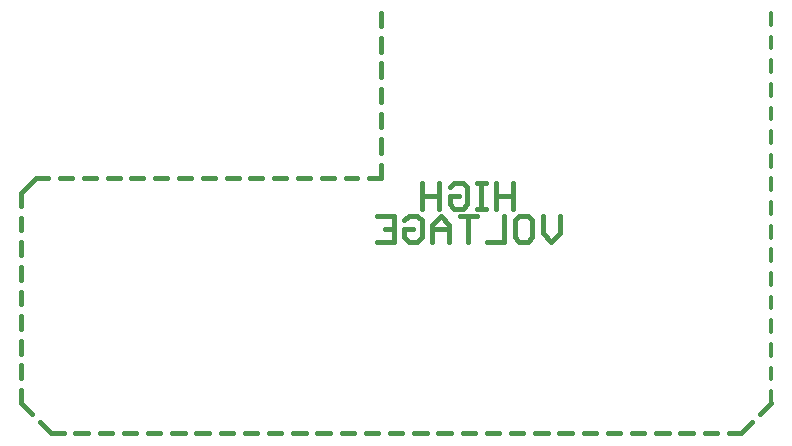
<source format=gbr>
G04 EAGLE Gerber RS-274X export*
G75*
%MOMM*%
%FSLAX34Y34*%
%LPD*%
%INSilkscreen Bottom*%
%IPPOS*%
%AMOC8*
5,1,8,0,0,1.08239X$1,22.5*%
G01*
%ADD10C,0.406400*%
%ADD11C,0.355600*%
%ADD12C,0.381000*%


D10*
X596900Y317500D02*
X596900Y328886D01*
X596900Y338886D02*
X596900Y350271D01*
X596900Y360271D02*
X596900Y371657D01*
X596900Y381657D02*
X596900Y393043D01*
X596900Y403043D02*
X596900Y414429D01*
X596900Y424429D02*
X596900Y435814D01*
X596900Y445814D02*
X596900Y457200D01*
X596900Y317500D02*
X586760Y317500D01*
X576760Y317500D02*
X566620Y317500D01*
X556620Y317500D02*
X546480Y317500D01*
X536480Y317500D02*
X526340Y317500D01*
X516340Y317500D02*
X506200Y317500D01*
X496200Y317500D02*
X486060Y317500D01*
X476060Y317500D02*
X465920Y317500D01*
X455920Y317500D02*
X445780Y317500D01*
X435780Y317500D02*
X425640Y317500D01*
X415640Y317500D02*
X405500Y317500D01*
X395500Y317500D02*
X385360Y317500D01*
X375360Y317500D02*
X365220Y317500D01*
X355220Y317500D02*
X345080Y317500D01*
X335080Y317500D02*
X324940Y317500D01*
X314940Y317500D02*
X304800Y317500D01*
X292100Y304800D01*
X292100Y293933D01*
X292100Y283933D02*
X292100Y273067D01*
X292100Y263067D02*
X292100Y252200D01*
X292100Y242200D02*
X292100Y231333D01*
X292100Y221333D02*
X292100Y210467D01*
X292100Y200467D02*
X292100Y189600D01*
X292100Y179600D02*
X292100Y168733D01*
X292100Y158733D02*
X292100Y147867D01*
X292100Y137867D02*
X292100Y127000D01*
X301264Y117836D01*
X308336Y110764D02*
X317500Y101600D01*
X327990Y101600D01*
X337990Y101600D02*
X348479Y101600D01*
X358479Y101600D02*
X368969Y101600D01*
X378969Y101600D02*
X389459Y101600D01*
X399459Y101600D02*
X409948Y101600D01*
X419948Y101600D02*
X430438Y101600D01*
X440438Y101600D02*
X450928Y101600D01*
X460928Y101600D02*
X471417Y101600D01*
X481417Y101600D02*
X491907Y101600D01*
X501907Y101600D02*
X512397Y101600D01*
X522397Y101600D02*
X532886Y101600D01*
X542886Y101600D02*
X553376Y101600D01*
X563376Y101600D02*
X573866Y101600D01*
X583866Y101600D02*
X594355Y101600D01*
X604355Y101600D02*
X614845Y101600D01*
X624845Y101600D02*
X635334Y101600D01*
X645334Y101600D02*
X655824Y101600D01*
X665824Y101600D02*
X676314Y101600D01*
X686314Y101600D02*
X696803Y101600D01*
X706803Y101600D02*
X717293Y101600D01*
X727293Y101600D02*
X737783Y101600D01*
X747783Y101600D02*
X758272Y101600D01*
X768272Y101600D02*
X778762Y101600D01*
X788762Y101600D02*
X799252Y101600D01*
X809252Y101600D02*
X819741Y101600D01*
X829741Y101600D02*
X840231Y101600D01*
X850231Y101600D02*
X860721Y101600D01*
X870721Y101600D02*
X881210Y101600D01*
X891210Y101600D02*
X901700Y101600D01*
X917936Y117836D02*
X927100Y127000D01*
X910864Y110764D02*
X901700Y101600D01*
D11*
X927100Y447188D02*
X927100Y457200D01*
X927100Y437188D02*
X927100Y427176D01*
X927100Y417176D02*
X927100Y407165D01*
X927100Y397165D02*
X927100Y387153D01*
X927100Y377153D02*
X927100Y367141D01*
X927100Y357141D02*
X927100Y347129D01*
X927100Y337129D02*
X927100Y327118D01*
X927100Y317118D02*
X927100Y307106D01*
X927100Y297106D02*
X927100Y287094D01*
X927100Y277094D02*
X927100Y267082D01*
X927100Y257082D02*
X927100Y247071D01*
X927100Y237071D02*
X927100Y227059D01*
X927100Y217059D02*
X927100Y207047D01*
X927100Y197047D02*
X927100Y187035D01*
X927100Y177035D02*
X927100Y167024D01*
X927100Y157024D02*
X927100Y147012D01*
X927100Y137012D02*
X927100Y127000D01*
D12*
X708533Y291465D02*
X708533Y313073D01*
X708533Y302269D02*
X694127Y302269D01*
X694127Y313073D02*
X694127Y291465D01*
X685145Y291465D02*
X677942Y291465D01*
X681544Y291465D02*
X681544Y313073D01*
X685145Y313073D02*
X677942Y313073D01*
X658749Y313073D02*
X655147Y309472D01*
X658749Y313073D02*
X665952Y313073D01*
X669553Y309472D01*
X669553Y295066D01*
X665952Y291465D01*
X658749Y291465D01*
X655147Y295066D01*
X655147Y302269D01*
X662350Y302269D01*
X646165Y291465D02*
X646165Y313073D01*
X646165Y302269D02*
X631759Y302269D01*
X631759Y313073D02*
X631759Y291465D01*
X747903Y285133D02*
X747903Y270728D01*
X740700Y263525D01*
X733497Y270728D01*
X733497Y285133D01*
X720914Y285133D02*
X713711Y285133D01*
X720914Y285133D02*
X724515Y281532D01*
X724515Y267126D01*
X720914Y263525D01*
X713711Y263525D01*
X710109Y267126D01*
X710109Y281532D01*
X713711Y285133D01*
X701127Y285133D02*
X701127Y263525D01*
X686721Y263525D01*
X670536Y263525D02*
X670536Y285133D01*
X677739Y285133D02*
X663333Y285133D01*
X654351Y277931D02*
X654351Y263525D01*
X654351Y277931D02*
X647148Y285133D01*
X639946Y277931D01*
X639946Y263525D01*
X639946Y274329D02*
X654351Y274329D01*
X620159Y285133D02*
X616558Y281532D01*
X620159Y285133D02*
X627362Y285133D01*
X630963Y281532D01*
X630963Y267126D01*
X627362Y263525D01*
X620159Y263525D01*
X616558Y267126D01*
X616558Y274329D01*
X623760Y274329D01*
X607575Y285133D02*
X593170Y285133D01*
X607575Y285133D02*
X607575Y263525D01*
X593170Y263525D01*
X600372Y274329D02*
X607575Y274329D01*
M02*

</source>
